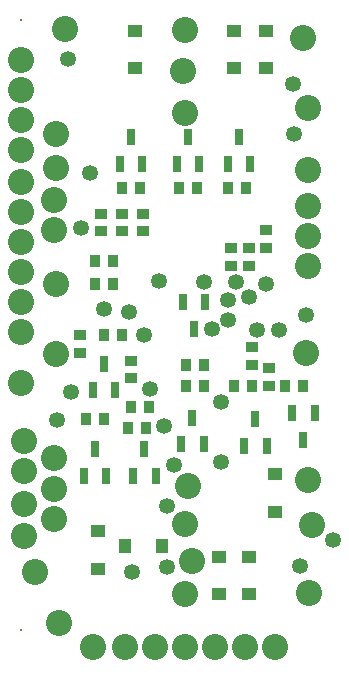
<source format=gbs>
%FSLAX25Y25*%
%MOIN*%
G70*
G01*
G75*
G04 Layer_Color=16711935*
%ADD10R,0.02756X0.03543*%
%ADD11R,0.03543X0.02756*%
%ADD12O,0.02362X0.09055*%
%ADD13R,0.22835X0.25197*%
%ADD14R,0.03150X0.08661*%
%ADD15R,0.02362X0.04528*%
%ADD16C,0.01000*%
%ADD17C,0.07000*%
%ADD18C,0.06400*%
%ADD19C,0.06500*%
%ADD20R,0.60500X0.07500*%
%ADD21R,0.08000X0.18500*%
%ADD22C,0.07874*%
%ADD23C,0.04500*%
%ADD24R,0.03740X0.03543*%
%ADD25R,0.03543X0.03740*%
%ADD26C,0.01969*%
%ADD27R,0.09000X0.09500*%
%ADD28C,0.02362*%
%ADD29C,0.00984*%
%ADD30C,0.00600*%
%ADD31C,0.00787*%
%ADD32C,0.00500*%
%ADD33R,0.03556X0.04343*%
%ADD34R,0.04343X0.03556*%
%ADD35O,0.03162X0.09855*%
%ADD36R,0.23635X0.25997*%
%ADD37R,0.03386X0.08898*%
%ADD38R,0.03162X0.05328*%
%ADD39C,0.08674*%
%ADD40C,0.00800*%
%ADD41C,0.05300*%
%ADD42R,0.04540X0.04343*%
%ADD43R,0.04343X0.04540*%
D33*
X52453Y85000D02*
D03*
X46547D02*
D03*
X65047Y99000D02*
D03*
X70953D02*
D03*
X84953Y158000D02*
D03*
X79047D02*
D03*
X68453D02*
D03*
X62547D02*
D03*
X49453D02*
D03*
X43547D02*
D03*
X98047Y92000D02*
D03*
X103953D02*
D03*
X86953Y92000D02*
D03*
X81047D02*
D03*
X70953D02*
D03*
X65047D02*
D03*
X51453Y78000D02*
D03*
X45547D02*
D03*
X37453Y81000D02*
D03*
X31547D02*
D03*
X37547Y109000D02*
D03*
X43453D02*
D03*
X34547Y126000D02*
D03*
X40453D02*
D03*
X34547Y133500D02*
D03*
X40453D02*
D03*
D34*
X92500Y97953D02*
D03*
Y92047D02*
D03*
X86953Y105000D02*
D03*
Y99094D02*
D03*
X80000Y132047D02*
D03*
Y137953D02*
D03*
X86000Y132047D02*
D03*
Y137953D02*
D03*
X91500Y138047D02*
D03*
Y143953D02*
D03*
X50500Y149453D02*
D03*
Y143547D02*
D03*
X29500Y103047D02*
D03*
Y108953D02*
D03*
X46500Y100453D02*
D03*
Y94547D02*
D03*
X43500Y143547D02*
D03*
Y149453D02*
D03*
X36500Y149453D02*
D03*
Y143547D02*
D03*
D38*
X86240Y166071D02*
D03*
X78760D02*
D03*
X82500Y174929D02*
D03*
X69240Y166071D02*
D03*
X61760D02*
D03*
X65500Y174929D02*
D03*
X50240Y166071D02*
D03*
X42760D02*
D03*
X46500Y174929D02*
D03*
X100260Y82929D02*
D03*
X107740D02*
D03*
X104000Y74071D02*
D03*
X91740Y72071D02*
D03*
X84260D02*
D03*
X88000Y80929D02*
D03*
X70740Y72571D02*
D03*
X63260D02*
D03*
X67000Y81429D02*
D03*
X54740Y62071D02*
D03*
X47260D02*
D03*
X51000Y70929D02*
D03*
X38240Y62071D02*
D03*
X30760D02*
D03*
X34500Y70929D02*
D03*
X63760Y119929D02*
D03*
X71240D02*
D03*
X67500Y111071D02*
D03*
X41240Y90571D02*
D03*
X33760D02*
D03*
X37500Y99429D02*
D03*
D39*
X11000Y73500D02*
D03*
Y63500D02*
D03*
X14500Y30000D02*
D03*
X64500Y22500D02*
D03*
X64000Y197000D02*
D03*
X64500Y210500D02*
D03*
X11000Y42000D02*
D03*
X21000Y68000D02*
D03*
X11000Y52500D02*
D03*
X10000Y93000D02*
D03*
Y110000D02*
D03*
Y120000D02*
D03*
X105000Y103000D02*
D03*
X22500Y13000D02*
D03*
X64500Y183000D02*
D03*
X65500Y58500D02*
D03*
X104000Y208000D02*
D03*
X10000Y150000D02*
D03*
Y200500D02*
D03*
X105500Y60500D02*
D03*
X10000Y180500D02*
D03*
Y190500D02*
D03*
Y160000D02*
D03*
Y170500D02*
D03*
Y140000D02*
D03*
Y130000D02*
D03*
X21500Y102500D02*
D03*
Y126000D02*
D03*
X21000Y57500D02*
D03*
X34000Y5000D02*
D03*
X54500D02*
D03*
X64500D02*
D03*
X21000Y144000D02*
D03*
X74500Y5000D02*
D03*
X84500D02*
D03*
X44500D02*
D03*
X94500D02*
D03*
X67000Y33500D02*
D03*
X105500Y164000D02*
D03*
X21500Y176000D02*
D03*
X105500Y184500D02*
D03*
X107000Y45500D02*
D03*
X21000Y47500D02*
D03*
X105500Y142000D02*
D03*
Y132000D02*
D03*
X24500Y211000D02*
D03*
X64500Y46000D02*
D03*
X106000Y23000D02*
D03*
X21000Y154000D02*
D03*
X105500Y152000D02*
D03*
X21500Y164500D02*
D03*
D40*
X10000Y214000D02*
D03*
Y10500D02*
D03*
D41*
X76500Y86500D02*
D03*
X91500Y126000D02*
D03*
X53000Y91000D02*
D03*
X73500Y111000D02*
D03*
X79000Y114000D02*
D03*
X88500Y110500D02*
D03*
X86000Y121500D02*
D03*
X81500Y126500D02*
D03*
X79000Y120500D02*
D03*
X46000Y116500D02*
D03*
X96000Y110500D02*
D03*
X57500Y78500D02*
D03*
X47000Y30000D02*
D03*
X103000Y32000D02*
D03*
X58500Y31500D02*
D03*
X101000Y176000D02*
D03*
X25500Y201000D02*
D03*
X33000Y163000D02*
D03*
X76500Y66500D02*
D03*
X58500Y52000D02*
D03*
X30000Y144500D02*
D03*
X71000Y126500D02*
D03*
X51000Y109000D02*
D03*
X22000Y80500D02*
D03*
X26500Y90000D02*
D03*
X56000Y127000D02*
D03*
X37500Y117500D02*
D03*
X105000Y115500D02*
D03*
X61000Y65500D02*
D03*
X114000Y40500D02*
D03*
X100500Y192500D02*
D03*
D42*
X91500Y210402D02*
D03*
Y198000D02*
D03*
X81000Y210402D02*
D03*
Y198000D02*
D03*
X48000Y210402D02*
D03*
Y198000D02*
D03*
X94500Y50098D02*
D03*
Y62500D02*
D03*
X86000Y22598D02*
D03*
Y35000D02*
D03*
X76000Y22598D02*
D03*
Y35000D02*
D03*
X35500Y31098D02*
D03*
Y43500D02*
D03*
D43*
X44598Y38500D02*
D03*
X57000D02*
D03*
M02*

</source>
